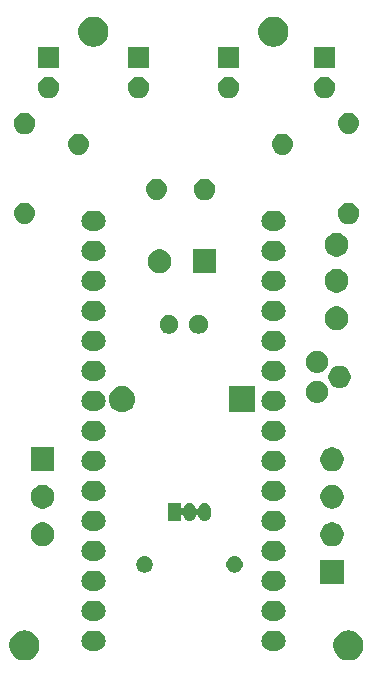
<source format=gts>
G04 #@! TF.GenerationSoftware,KiCad,Pcbnew,(5.0.2)-1*
G04 #@! TF.CreationDate,2019-02-17T11:04:42-05:00*
G04 #@! TF.ProjectId,main,6d61696e-2e6b-4696-9361-645f70636258,rev?*
G04 #@! TF.SameCoordinates,Original*
G04 #@! TF.FileFunction,Soldermask,Top*
G04 #@! TF.FilePolarity,Negative*
%FSLAX46Y46*%
G04 Gerber Fmt 4.6, Leading zero omitted, Abs format (unit mm)*
G04 Created by KiCad (PCBNEW (5.0.2)-1) date 2019-02-17 11:04:42 AM*
%MOMM*%
%LPD*%
G01*
G04 APERTURE LIST*
%ADD10C,0.100000*%
G04 APERTURE END LIST*
D10*
G36*
X167379765Y-107847403D02*
X167502445Y-107871805D01*
X167733571Y-107967541D01*
X167941581Y-108106529D01*
X168118471Y-108283419D01*
X168118473Y-108283422D01*
X168257459Y-108491429D01*
X168353195Y-108722555D01*
X168353195Y-108722557D01*
X168402000Y-108967914D01*
X168402000Y-109218086D01*
X168377598Y-109340764D01*
X168353195Y-109463445D01*
X168257459Y-109694571D01*
X168118471Y-109902581D01*
X167941581Y-110079471D01*
X167941578Y-110079473D01*
X167733571Y-110218459D01*
X167502445Y-110314195D01*
X167379764Y-110338598D01*
X167257086Y-110363000D01*
X167006914Y-110363000D01*
X166884236Y-110338598D01*
X166761555Y-110314195D01*
X166530429Y-110218459D01*
X166322422Y-110079473D01*
X166322419Y-110079471D01*
X166145529Y-109902581D01*
X166006541Y-109694571D01*
X165910805Y-109463445D01*
X165886402Y-109340764D01*
X165862000Y-109218086D01*
X165862000Y-108967914D01*
X165910805Y-108722557D01*
X165910805Y-108722555D01*
X166006541Y-108491429D01*
X166145527Y-108283422D01*
X166145529Y-108283419D01*
X166322419Y-108106529D01*
X166530429Y-107967541D01*
X166761555Y-107871805D01*
X166884235Y-107847403D01*
X167006914Y-107823000D01*
X167257086Y-107823000D01*
X167379765Y-107847403D01*
X167379765Y-107847403D01*
G37*
G36*
X139947765Y-107847403D02*
X140070445Y-107871805D01*
X140301571Y-107967541D01*
X140509581Y-108106529D01*
X140686471Y-108283419D01*
X140686473Y-108283422D01*
X140825459Y-108491429D01*
X140921195Y-108722555D01*
X140921195Y-108722557D01*
X140970000Y-108967914D01*
X140970000Y-109218086D01*
X140945598Y-109340764D01*
X140921195Y-109463445D01*
X140825459Y-109694571D01*
X140686471Y-109902581D01*
X140509581Y-110079471D01*
X140509578Y-110079473D01*
X140301571Y-110218459D01*
X140070445Y-110314195D01*
X139947764Y-110338598D01*
X139825086Y-110363000D01*
X139574914Y-110363000D01*
X139452236Y-110338598D01*
X139329555Y-110314195D01*
X139098429Y-110218459D01*
X138890422Y-110079473D01*
X138890419Y-110079471D01*
X138713529Y-109902581D01*
X138574541Y-109694571D01*
X138478805Y-109463445D01*
X138454403Y-109340765D01*
X138430000Y-109218086D01*
X138430000Y-108967914D01*
X138478805Y-108722557D01*
X138478805Y-108722555D01*
X138574541Y-108491429D01*
X138713527Y-108283422D01*
X138713529Y-108283419D01*
X138890419Y-108106529D01*
X139098429Y-107967541D01*
X139329555Y-107871805D01*
X139452235Y-107847403D01*
X139574914Y-107823000D01*
X139825086Y-107823000D01*
X139947765Y-107847403D01*
X139947765Y-107847403D01*
G37*
G36*
X145779112Y-107852565D02*
X145863695Y-107860896D01*
X145984127Y-107897429D01*
X146026488Y-107910279D01*
X146176512Y-107990468D01*
X146308012Y-108098388D01*
X146415932Y-108229888D01*
X146496121Y-108379912D01*
X146496122Y-108379916D01*
X146545504Y-108542705D01*
X146562178Y-108712000D01*
X146545504Y-108881295D01*
X146508971Y-109001727D01*
X146496121Y-109044088D01*
X146415932Y-109194112D01*
X146308012Y-109325612D01*
X146176512Y-109433532D01*
X146026488Y-109513721D01*
X145984127Y-109526571D01*
X145863695Y-109563104D01*
X145779112Y-109571435D01*
X145736821Y-109575600D01*
X145347179Y-109575600D01*
X145304888Y-109571435D01*
X145220305Y-109563104D01*
X145099873Y-109526571D01*
X145057512Y-109513721D01*
X144907488Y-109433532D01*
X144775988Y-109325612D01*
X144668068Y-109194112D01*
X144587879Y-109044088D01*
X144575029Y-109001727D01*
X144538496Y-108881295D01*
X144521822Y-108712000D01*
X144538496Y-108542705D01*
X144587878Y-108379916D01*
X144587879Y-108379912D01*
X144668068Y-108229888D01*
X144775988Y-108098388D01*
X144907488Y-107990468D01*
X145057512Y-107910279D01*
X145099873Y-107897429D01*
X145220305Y-107860896D01*
X145304888Y-107852565D01*
X145347179Y-107848400D01*
X145736821Y-107848400D01*
X145779112Y-107852565D01*
X145779112Y-107852565D01*
G37*
G36*
X161019112Y-107852565D02*
X161103695Y-107860896D01*
X161224127Y-107897429D01*
X161266488Y-107910279D01*
X161416512Y-107990468D01*
X161548012Y-108098388D01*
X161655932Y-108229888D01*
X161736121Y-108379912D01*
X161736122Y-108379916D01*
X161785504Y-108542705D01*
X161802178Y-108712000D01*
X161785504Y-108881295D01*
X161748971Y-109001727D01*
X161736121Y-109044088D01*
X161655932Y-109194112D01*
X161548012Y-109325612D01*
X161416512Y-109433532D01*
X161266488Y-109513721D01*
X161224127Y-109526571D01*
X161103695Y-109563104D01*
X161019112Y-109571435D01*
X160976821Y-109575600D01*
X160587179Y-109575600D01*
X160544888Y-109571435D01*
X160460305Y-109563104D01*
X160339873Y-109526571D01*
X160297512Y-109513721D01*
X160147488Y-109433532D01*
X160015988Y-109325612D01*
X159908068Y-109194112D01*
X159827879Y-109044088D01*
X159815029Y-109001727D01*
X159778496Y-108881295D01*
X159761822Y-108712000D01*
X159778496Y-108542705D01*
X159827878Y-108379916D01*
X159827879Y-108379912D01*
X159908068Y-108229888D01*
X160015988Y-108098388D01*
X160147488Y-107990468D01*
X160297512Y-107910279D01*
X160339873Y-107897429D01*
X160460305Y-107860896D01*
X160544888Y-107852565D01*
X160587179Y-107848400D01*
X160976821Y-107848400D01*
X161019112Y-107852565D01*
X161019112Y-107852565D01*
G37*
G36*
X161019112Y-105312565D02*
X161103695Y-105320896D01*
X161224127Y-105357429D01*
X161266488Y-105370279D01*
X161416512Y-105450468D01*
X161548012Y-105558388D01*
X161655932Y-105689888D01*
X161736121Y-105839912D01*
X161736122Y-105839916D01*
X161785504Y-106002705D01*
X161802178Y-106172000D01*
X161785504Y-106341295D01*
X161748971Y-106461727D01*
X161736121Y-106504088D01*
X161655932Y-106654112D01*
X161548012Y-106785612D01*
X161416512Y-106893532D01*
X161266488Y-106973721D01*
X161224127Y-106986571D01*
X161103695Y-107023104D01*
X161019112Y-107031435D01*
X160976821Y-107035600D01*
X160587179Y-107035600D01*
X160544888Y-107031435D01*
X160460305Y-107023104D01*
X160339873Y-106986571D01*
X160297512Y-106973721D01*
X160147488Y-106893532D01*
X160015988Y-106785612D01*
X159908068Y-106654112D01*
X159827879Y-106504088D01*
X159815029Y-106461727D01*
X159778496Y-106341295D01*
X159761822Y-106172000D01*
X159778496Y-106002705D01*
X159827878Y-105839916D01*
X159827879Y-105839912D01*
X159908068Y-105689888D01*
X160015988Y-105558388D01*
X160147488Y-105450468D01*
X160297512Y-105370279D01*
X160339873Y-105357429D01*
X160460305Y-105320896D01*
X160544888Y-105312565D01*
X160587179Y-105308400D01*
X160976821Y-105308400D01*
X161019112Y-105312565D01*
X161019112Y-105312565D01*
G37*
G36*
X145779112Y-105312565D02*
X145863695Y-105320896D01*
X145984127Y-105357429D01*
X146026488Y-105370279D01*
X146176512Y-105450468D01*
X146308012Y-105558388D01*
X146415932Y-105689888D01*
X146496121Y-105839912D01*
X146496122Y-105839916D01*
X146545504Y-106002705D01*
X146562178Y-106172000D01*
X146545504Y-106341295D01*
X146508971Y-106461727D01*
X146496121Y-106504088D01*
X146415932Y-106654112D01*
X146308012Y-106785612D01*
X146176512Y-106893532D01*
X146026488Y-106973721D01*
X145984127Y-106986571D01*
X145863695Y-107023104D01*
X145779112Y-107031435D01*
X145736821Y-107035600D01*
X145347179Y-107035600D01*
X145304888Y-107031435D01*
X145220305Y-107023104D01*
X145099873Y-106986571D01*
X145057512Y-106973721D01*
X144907488Y-106893532D01*
X144775988Y-106785612D01*
X144668068Y-106654112D01*
X144587879Y-106504088D01*
X144575029Y-106461727D01*
X144538496Y-106341295D01*
X144521822Y-106172000D01*
X144538496Y-106002705D01*
X144587878Y-105839916D01*
X144587879Y-105839912D01*
X144668068Y-105689888D01*
X144775988Y-105558388D01*
X144907488Y-105450468D01*
X145057512Y-105370279D01*
X145099873Y-105357429D01*
X145220305Y-105320896D01*
X145304888Y-105312565D01*
X145347179Y-105308400D01*
X145736821Y-105308400D01*
X145779112Y-105312565D01*
X145779112Y-105312565D01*
G37*
G36*
X161019112Y-102772565D02*
X161103695Y-102780896D01*
X161224127Y-102817429D01*
X161266488Y-102830279D01*
X161416512Y-102910468D01*
X161548012Y-103018388D01*
X161655932Y-103149888D01*
X161736121Y-103299912D01*
X161736122Y-103299916D01*
X161785504Y-103462705D01*
X161802178Y-103632000D01*
X161785504Y-103801295D01*
X161764817Y-103869490D01*
X161736121Y-103964088D01*
X161655932Y-104114112D01*
X161548012Y-104245612D01*
X161416512Y-104353532D01*
X161266488Y-104433721D01*
X161224127Y-104446571D01*
X161103695Y-104483104D01*
X161019112Y-104491435D01*
X160976821Y-104495600D01*
X160587179Y-104495600D01*
X160544888Y-104491435D01*
X160460305Y-104483104D01*
X160339873Y-104446571D01*
X160297512Y-104433721D01*
X160147488Y-104353532D01*
X160015988Y-104245612D01*
X159908068Y-104114112D01*
X159827879Y-103964088D01*
X159799183Y-103869490D01*
X159778496Y-103801295D01*
X159761822Y-103632000D01*
X159778496Y-103462705D01*
X159827878Y-103299916D01*
X159827879Y-103299912D01*
X159908068Y-103149888D01*
X160015988Y-103018388D01*
X160147488Y-102910468D01*
X160297512Y-102830279D01*
X160339873Y-102817429D01*
X160460305Y-102780896D01*
X160544888Y-102772565D01*
X160587179Y-102768400D01*
X160976821Y-102768400D01*
X161019112Y-102772565D01*
X161019112Y-102772565D01*
G37*
G36*
X145779112Y-102772565D02*
X145863695Y-102780896D01*
X145984127Y-102817429D01*
X146026488Y-102830279D01*
X146176512Y-102910468D01*
X146308012Y-103018388D01*
X146415932Y-103149888D01*
X146496121Y-103299912D01*
X146496122Y-103299916D01*
X146545504Y-103462705D01*
X146562178Y-103632000D01*
X146545504Y-103801295D01*
X146524817Y-103869490D01*
X146496121Y-103964088D01*
X146415932Y-104114112D01*
X146308012Y-104245612D01*
X146176512Y-104353532D01*
X146026488Y-104433721D01*
X145984127Y-104446571D01*
X145863695Y-104483104D01*
X145779112Y-104491435D01*
X145736821Y-104495600D01*
X145347179Y-104495600D01*
X145304888Y-104491435D01*
X145220305Y-104483104D01*
X145099873Y-104446571D01*
X145057512Y-104433721D01*
X144907488Y-104353532D01*
X144775988Y-104245612D01*
X144668068Y-104114112D01*
X144587879Y-103964088D01*
X144559183Y-103869490D01*
X144538496Y-103801295D01*
X144521822Y-103632000D01*
X144538496Y-103462705D01*
X144587878Y-103299916D01*
X144587879Y-103299912D01*
X144668068Y-103149888D01*
X144775988Y-103018388D01*
X144907488Y-102910468D01*
X145057512Y-102830279D01*
X145099873Y-102817429D01*
X145220305Y-102780896D01*
X145304888Y-102772565D01*
X145347179Y-102768400D01*
X145736821Y-102768400D01*
X145779112Y-102772565D01*
X145779112Y-102772565D01*
G37*
G36*
X166734490Y-103869490D02*
X164735510Y-103869490D01*
X164735510Y-101870510D01*
X166734490Y-101870510D01*
X166734490Y-103869490D01*
X166734490Y-103869490D01*
G37*
G36*
X150064183Y-101561900D02*
X150191574Y-101614668D01*
X150306224Y-101691274D01*
X150403726Y-101788776D01*
X150420267Y-101813532D01*
X150480332Y-101903426D01*
X150533100Y-102030817D01*
X150560000Y-102166055D01*
X150560000Y-102303945D01*
X150533100Y-102439183D01*
X150480332Y-102566574D01*
X150403726Y-102681224D01*
X150306224Y-102778726D01*
X150229070Y-102830278D01*
X150191574Y-102855332D01*
X150064183Y-102908100D01*
X149928945Y-102935000D01*
X149791055Y-102935000D01*
X149655817Y-102908100D01*
X149528426Y-102855332D01*
X149490930Y-102830278D01*
X149413776Y-102778726D01*
X149316274Y-102681224D01*
X149239668Y-102566574D01*
X149186900Y-102439183D01*
X149160000Y-102303945D01*
X149160000Y-102166055D01*
X149186900Y-102030817D01*
X149239668Y-101903426D01*
X149299733Y-101813532D01*
X149316274Y-101788776D01*
X149413776Y-101691274D01*
X149528426Y-101614668D01*
X149655817Y-101561900D01*
X149791055Y-101535000D01*
X149928945Y-101535000D01*
X150064183Y-101561900D01*
X150064183Y-101561900D01*
G37*
G36*
X157617224Y-101545128D02*
X157749175Y-101585155D01*
X157870781Y-101650155D01*
X157977370Y-101737630D01*
X158064845Y-101844219D01*
X158129845Y-101965825D01*
X158169872Y-102097776D01*
X158183387Y-102235000D01*
X158169872Y-102372224D01*
X158129845Y-102504175D01*
X158064845Y-102625781D01*
X157977370Y-102732370D01*
X157870781Y-102819845D01*
X157749175Y-102884845D01*
X157617224Y-102924872D01*
X157514390Y-102935000D01*
X157445610Y-102935000D01*
X157342776Y-102924872D01*
X157210825Y-102884845D01*
X157089219Y-102819845D01*
X156982630Y-102732370D01*
X156895155Y-102625781D01*
X156830155Y-102504175D01*
X156790128Y-102372224D01*
X156776613Y-102235000D01*
X156790128Y-102097776D01*
X156830155Y-101965825D01*
X156895155Y-101844219D01*
X156982630Y-101737630D01*
X157089219Y-101650155D01*
X157210825Y-101585155D01*
X157342776Y-101545128D01*
X157445610Y-101535000D01*
X157514390Y-101535000D01*
X157617224Y-101545128D01*
X157617224Y-101545128D01*
G37*
G36*
X145779112Y-100232565D02*
X145863695Y-100240896D01*
X145984127Y-100277429D01*
X146026488Y-100290279D01*
X146176512Y-100370468D01*
X146308012Y-100478388D01*
X146415932Y-100609888D01*
X146496121Y-100759912D01*
X146496122Y-100759916D01*
X146545504Y-100922705D01*
X146562178Y-101092000D01*
X146545504Y-101261295D01*
X146508971Y-101381727D01*
X146496121Y-101424088D01*
X146415932Y-101574112D01*
X146308012Y-101705612D01*
X146176512Y-101813532D01*
X146026488Y-101893721D01*
X145994495Y-101903426D01*
X145863695Y-101943104D01*
X145779112Y-101951435D01*
X145736821Y-101955600D01*
X145347179Y-101955600D01*
X145304888Y-101951435D01*
X145220305Y-101943104D01*
X145089505Y-101903426D01*
X145057512Y-101893721D01*
X144907488Y-101813532D01*
X144775988Y-101705612D01*
X144668068Y-101574112D01*
X144587879Y-101424088D01*
X144575029Y-101381727D01*
X144538496Y-101261295D01*
X144521822Y-101092000D01*
X144538496Y-100922705D01*
X144587878Y-100759916D01*
X144587879Y-100759912D01*
X144668068Y-100609888D01*
X144775988Y-100478388D01*
X144907488Y-100370468D01*
X145057512Y-100290279D01*
X145099873Y-100277429D01*
X145220305Y-100240896D01*
X145304888Y-100232565D01*
X145347179Y-100228400D01*
X145736821Y-100228400D01*
X145779112Y-100232565D01*
X145779112Y-100232565D01*
G37*
G36*
X161019112Y-100232565D02*
X161103695Y-100240896D01*
X161224127Y-100277429D01*
X161266488Y-100290279D01*
X161416512Y-100370468D01*
X161548012Y-100478388D01*
X161655932Y-100609888D01*
X161736121Y-100759912D01*
X161736122Y-100759916D01*
X161785504Y-100922705D01*
X161802178Y-101092000D01*
X161785504Y-101261295D01*
X161748971Y-101381727D01*
X161736121Y-101424088D01*
X161655932Y-101574112D01*
X161548012Y-101705612D01*
X161416512Y-101813532D01*
X161266488Y-101893721D01*
X161234495Y-101903426D01*
X161103695Y-101943104D01*
X161019112Y-101951435D01*
X160976821Y-101955600D01*
X160587179Y-101955600D01*
X160544888Y-101951435D01*
X160460305Y-101943104D01*
X160329505Y-101903426D01*
X160297512Y-101893721D01*
X160147488Y-101813532D01*
X160015988Y-101705612D01*
X159908068Y-101574112D01*
X159827879Y-101424088D01*
X159815029Y-101381727D01*
X159778496Y-101261295D01*
X159761822Y-101092000D01*
X159778496Y-100922705D01*
X159827878Y-100759916D01*
X159827879Y-100759912D01*
X159908068Y-100609888D01*
X160015988Y-100478388D01*
X160147488Y-100370468D01*
X160297512Y-100290279D01*
X160339873Y-100277429D01*
X160460305Y-100240896D01*
X160544888Y-100232565D01*
X160587179Y-100228400D01*
X160976821Y-100228400D01*
X161019112Y-100232565D01*
X161019112Y-100232565D01*
G37*
G36*
X141515538Y-98733919D02*
X141697437Y-98809264D01*
X141861141Y-98918648D01*
X142000352Y-99057859D01*
X142109736Y-99221563D01*
X142185081Y-99403462D01*
X142223490Y-99596557D01*
X142223490Y-99793443D01*
X142185081Y-99986538D01*
X142109736Y-100168437D01*
X142000352Y-100332141D01*
X141861141Y-100471352D01*
X141697437Y-100580736D01*
X141515538Y-100656081D01*
X141322443Y-100694490D01*
X141125557Y-100694490D01*
X140932462Y-100656081D01*
X140750563Y-100580736D01*
X140586859Y-100471352D01*
X140447648Y-100332141D01*
X140338264Y-100168437D01*
X140262919Y-99986538D01*
X140224510Y-99793443D01*
X140224510Y-99596557D01*
X140262919Y-99403462D01*
X140338264Y-99221563D01*
X140447648Y-99057859D01*
X140586859Y-98918648D01*
X140750563Y-98809264D01*
X140932462Y-98733919D01*
X141125557Y-98695510D01*
X141322443Y-98695510D01*
X141515538Y-98733919D01*
X141515538Y-98733919D01*
G37*
G36*
X166026538Y-98733919D02*
X166208437Y-98809264D01*
X166372141Y-98918648D01*
X166511352Y-99057859D01*
X166620736Y-99221563D01*
X166696081Y-99403462D01*
X166734490Y-99596557D01*
X166734490Y-99793443D01*
X166696081Y-99986538D01*
X166620736Y-100168437D01*
X166511352Y-100332141D01*
X166372141Y-100471352D01*
X166208437Y-100580736D01*
X166026538Y-100656081D01*
X165833443Y-100694490D01*
X165636557Y-100694490D01*
X165443462Y-100656081D01*
X165261563Y-100580736D01*
X165097859Y-100471352D01*
X164958648Y-100332141D01*
X164849264Y-100168437D01*
X164773919Y-99986538D01*
X164735510Y-99793443D01*
X164735510Y-99596557D01*
X164773919Y-99403462D01*
X164849264Y-99221563D01*
X164958648Y-99057859D01*
X165097859Y-98918648D01*
X165261563Y-98809264D01*
X165443462Y-98733919D01*
X165636557Y-98695510D01*
X165833443Y-98695510D01*
X166026538Y-98733919D01*
X166026538Y-98733919D01*
G37*
G36*
X161019112Y-97692565D02*
X161103695Y-97700896D01*
X161224127Y-97737429D01*
X161266488Y-97750279D01*
X161416512Y-97830468D01*
X161548012Y-97938388D01*
X161655932Y-98069888D01*
X161736121Y-98219912D01*
X161736122Y-98219916D01*
X161785504Y-98382705D01*
X161802178Y-98552000D01*
X161785504Y-98721295D01*
X161748971Y-98841727D01*
X161736121Y-98884088D01*
X161655932Y-99034112D01*
X161548012Y-99165612D01*
X161416512Y-99273532D01*
X161266488Y-99353721D01*
X161224127Y-99366571D01*
X161103695Y-99403104D01*
X161019112Y-99411435D01*
X160976821Y-99415600D01*
X160587179Y-99415600D01*
X160544888Y-99411435D01*
X160460305Y-99403104D01*
X160339873Y-99366571D01*
X160297512Y-99353721D01*
X160147488Y-99273532D01*
X160015988Y-99165612D01*
X159908068Y-99034112D01*
X159827879Y-98884088D01*
X159815029Y-98841727D01*
X159778496Y-98721295D01*
X159761822Y-98552000D01*
X159778496Y-98382705D01*
X159827878Y-98219916D01*
X159827879Y-98219912D01*
X159908068Y-98069888D01*
X160015988Y-97938388D01*
X160147488Y-97830468D01*
X160297512Y-97750279D01*
X160339873Y-97737429D01*
X160460305Y-97700896D01*
X160544888Y-97692565D01*
X160587179Y-97688400D01*
X160976821Y-97688400D01*
X161019112Y-97692565D01*
X161019112Y-97692565D01*
G37*
G36*
X145779112Y-97692565D02*
X145863695Y-97700896D01*
X145984127Y-97737429D01*
X146026488Y-97750279D01*
X146176512Y-97830468D01*
X146308012Y-97938388D01*
X146415932Y-98069888D01*
X146496121Y-98219912D01*
X146496122Y-98219916D01*
X146545504Y-98382705D01*
X146562178Y-98552000D01*
X146545504Y-98721295D01*
X146508971Y-98841727D01*
X146496121Y-98884088D01*
X146415932Y-99034112D01*
X146308012Y-99165612D01*
X146176512Y-99273532D01*
X146026488Y-99353721D01*
X145984127Y-99366571D01*
X145863695Y-99403104D01*
X145779112Y-99411435D01*
X145736821Y-99415600D01*
X145347179Y-99415600D01*
X145304888Y-99411435D01*
X145220305Y-99403104D01*
X145099873Y-99366571D01*
X145057512Y-99353721D01*
X144907488Y-99273532D01*
X144775988Y-99165612D01*
X144668068Y-99034112D01*
X144587879Y-98884088D01*
X144575029Y-98841727D01*
X144538496Y-98721295D01*
X144521822Y-98552000D01*
X144538496Y-98382705D01*
X144587878Y-98219916D01*
X144587879Y-98219912D01*
X144668068Y-98069888D01*
X144775988Y-97938388D01*
X144907488Y-97830468D01*
X145057512Y-97750279D01*
X145099873Y-97737429D01*
X145220305Y-97700896D01*
X145304888Y-97692565D01*
X145347179Y-97688400D01*
X145736821Y-97688400D01*
X145779112Y-97692565D01*
X145779112Y-97692565D01*
G37*
G36*
X155042913Y-97047596D02*
X155042916Y-97047597D01*
X155042917Y-97047597D01*
X155141880Y-97077617D01*
X155233086Y-97126367D01*
X155313027Y-97191973D01*
X155313028Y-97191975D01*
X155313030Y-97191976D01*
X155362231Y-97251929D01*
X155378633Y-97271914D01*
X155427383Y-97363119D01*
X155455382Y-97455420D01*
X155457404Y-97462086D01*
X155465000Y-97539208D01*
X155465000Y-98040791D01*
X155457404Y-98117914D01*
X155457403Y-98117917D01*
X155457403Y-98117918D01*
X155427383Y-98216881D01*
X155378633Y-98308086D01*
X155313027Y-98388027D01*
X155233086Y-98453633D01*
X155141881Y-98502383D01*
X155042918Y-98532403D01*
X155042917Y-98532403D01*
X155042914Y-98532404D01*
X154940000Y-98542540D01*
X154837087Y-98532404D01*
X154837084Y-98532403D01*
X154837083Y-98532403D01*
X154738120Y-98502383D01*
X154646915Y-98453633D01*
X154566974Y-98388027D01*
X154534171Y-98348056D01*
X154501366Y-98308084D01*
X154452618Y-98216883D01*
X154424618Y-98124580D01*
X154415240Y-98101941D01*
X154401626Y-98081567D01*
X154384299Y-98064240D01*
X154363925Y-98050626D01*
X154341286Y-98041248D01*
X154317252Y-98036468D01*
X154292748Y-98036468D01*
X154268714Y-98041248D01*
X154246075Y-98050626D01*
X154225701Y-98064240D01*
X154208374Y-98081567D01*
X154194760Y-98101941D01*
X154185382Y-98124579D01*
X154157383Y-98216881D01*
X154108633Y-98308086D01*
X154043027Y-98388027D01*
X153963086Y-98453633D01*
X153871881Y-98502383D01*
X153772918Y-98532403D01*
X153772917Y-98532403D01*
X153772914Y-98532404D01*
X153670000Y-98542540D01*
X153567087Y-98532404D01*
X153567084Y-98532403D01*
X153567083Y-98532403D01*
X153468120Y-98502383D01*
X153376915Y-98453633D01*
X153296974Y-98388027D01*
X153264171Y-98348056D01*
X153231366Y-98308084D01*
X153182617Y-98216882D01*
X153169618Y-98174029D01*
X153160240Y-98151389D01*
X153146626Y-98131015D01*
X153129299Y-98113688D01*
X153108925Y-98100074D01*
X153086286Y-98090696D01*
X153062252Y-98085916D01*
X153037748Y-98085916D01*
X153013715Y-98090696D01*
X152991075Y-98100074D01*
X152970701Y-98113688D01*
X152953374Y-98131015D01*
X152939760Y-98151389D01*
X152930382Y-98174028D01*
X152925602Y-98198062D01*
X152925000Y-98210314D01*
X152925000Y-98540000D01*
X151875000Y-98540000D01*
X151875000Y-97040000D01*
X152925000Y-97040000D01*
X152925000Y-97369687D01*
X152927402Y-97394073D01*
X152934515Y-97417522D01*
X152946066Y-97439133D01*
X152961612Y-97458075D01*
X152980554Y-97473621D01*
X153002165Y-97485172D01*
X153025614Y-97492285D01*
X153050000Y-97494687D01*
X153074386Y-97492285D01*
X153097835Y-97485172D01*
X153119446Y-97473621D01*
X153138388Y-97458075D01*
X153153934Y-97439133D01*
X153165485Y-97417522D01*
X153169618Y-97405972D01*
X153182617Y-97363119D01*
X153218305Y-97296352D01*
X153231367Y-97271914D01*
X153296973Y-97191973D01*
X153296975Y-97191972D01*
X153296976Y-97191970D01*
X153376913Y-97126368D01*
X153376912Y-97126368D01*
X153376914Y-97126367D01*
X153468119Y-97077617D01*
X153567082Y-97047597D01*
X153567083Y-97047597D01*
X153567086Y-97047596D01*
X153670000Y-97037460D01*
X153772913Y-97047596D01*
X153772916Y-97047597D01*
X153772917Y-97047597D01*
X153871880Y-97077617D01*
X153963086Y-97126367D01*
X154043027Y-97191973D01*
X154043028Y-97191975D01*
X154043030Y-97191976D01*
X154092231Y-97251929D01*
X154108633Y-97271914D01*
X154157383Y-97363119D01*
X154185382Y-97455420D01*
X154194760Y-97478059D01*
X154208374Y-97498433D01*
X154225701Y-97515760D01*
X154246075Y-97529374D01*
X154268714Y-97538752D01*
X154292748Y-97543532D01*
X154317252Y-97543532D01*
X154341286Y-97538752D01*
X154363925Y-97529374D01*
X154384299Y-97515760D01*
X154401626Y-97498433D01*
X154415240Y-97478059D01*
X154424617Y-97455420D01*
X154452616Y-97363122D01*
X154488305Y-97296352D01*
X154501367Y-97271914D01*
X154566973Y-97191973D01*
X154566975Y-97191972D01*
X154566976Y-97191970D01*
X154646913Y-97126368D01*
X154646912Y-97126368D01*
X154646914Y-97126367D01*
X154738119Y-97077617D01*
X154837082Y-97047597D01*
X154837083Y-97047597D01*
X154837086Y-97047596D01*
X154940000Y-97037460D01*
X155042913Y-97047596D01*
X155042913Y-97047596D01*
G37*
G36*
X166026538Y-95558919D02*
X166208437Y-95634264D01*
X166372141Y-95743648D01*
X166511352Y-95882859D01*
X166620736Y-96046563D01*
X166696081Y-96228462D01*
X166734490Y-96421557D01*
X166734490Y-96618443D01*
X166696081Y-96811538D01*
X166620736Y-96993437D01*
X166511352Y-97157141D01*
X166372141Y-97296352D01*
X166208437Y-97405736D01*
X166026538Y-97481081D01*
X165833443Y-97519490D01*
X165636557Y-97519490D01*
X165443462Y-97481081D01*
X165261563Y-97405736D01*
X165097859Y-97296352D01*
X164958648Y-97157141D01*
X164849264Y-96993437D01*
X164773919Y-96811538D01*
X164735510Y-96618443D01*
X164735510Y-96421557D01*
X164773919Y-96228462D01*
X164849264Y-96046563D01*
X164958648Y-95882859D01*
X165097859Y-95743648D01*
X165261563Y-95634264D01*
X165443462Y-95558919D01*
X165636557Y-95520510D01*
X165833443Y-95520510D01*
X166026538Y-95558919D01*
X166026538Y-95558919D01*
G37*
G36*
X141515538Y-95558919D02*
X141697437Y-95634264D01*
X141861141Y-95743648D01*
X142000352Y-95882859D01*
X142109736Y-96046563D01*
X142185081Y-96228462D01*
X142223490Y-96421557D01*
X142223490Y-96618443D01*
X142185081Y-96811538D01*
X142109736Y-96993437D01*
X142000352Y-97157141D01*
X141861141Y-97296352D01*
X141697437Y-97405736D01*
X141515538Y-97481081D01*
X141322443Y-97519490D01*
X141125557Y-97519490D01*
X140932462Y-97481081D01*
X140750563Y-97405736D01*
X140586859Y-97296352D01*
X140447648Y-97157141D01*
X140338264Y-96993437D01*
X140262919Y-96811538D01*
X140224510Y-96618443D01*
X140224510Y-96421557D01*
X140262919Y-96228462D01*
X140338264Y-96046563D01*
X140447648Y-95882859D01*
X140586859Y-95743648D01*
X140750563Y-95634264D01*
X140932462Y-95558919D01*
X141125557Y-95520510D01*
X141322443Y-95520510D01*
X141515538Y-95558919D01*
X141515538Y-95558919D01*
G37*
G36*
X161019112Y-95152565D02*
X161103695Y-95160896D01*
X161224127Y-95197429D01*
X161266488Y-95210279D01*
X161416512Y-95290468D01*
X161548012Y-95398388D01*
X161655932Y-95529888D01*
X161736121Y-95679912D01*
X161736122Y-95679916D01*
X161785504Y-95842705D01*
X161802178Y-96012000D01*
X161785504Y-96181295D01*
X161771196Y-96228462D01*
X161736121Y-96344088D01*
X161655932Y-96494112D01*
X161548012Y-96625612D01*
X161416512Y-96733532D01*
X161266488Y-96813721D01*
X161224127Y-96826571D01*
X161103695Y-96863104D01*
X161019112Y-96871435D01*
X160976821Y-96875600D01*
X160587179Y-96875600D01*
X160544888Y-96871435D01*
X160460305Y-96863104D01*
X160339873Y-96826571D01*
X160297512Y-96813721D01*
X160147488Y-96733532D01*
X160015988Y-96625612D01*
X159908068Y-96494112D01*
X159827879Y-96344088D01*
X159792804Y-96228462D01*
X159778496Y-96181295D01*
X159761822Y-96012000D01*
X159778496Y-95842705D01*
X159827878Y-95679916D01*
X159827879Y-95679912D01*
X159908068Y-95529888D01*
X160015988Y-95398388D01*
X160147488Y-95290468D01*
X160297512Y-95210279D01*
X160339873Y-95197429D01*
X160460305Y-95160896D01*
X160544888Y-95152565D01*
X160587179Y-95148400D01*
X160976821Y-95148400D01*
X161019112Y-95152565D01*
X161019112Y-95152565D01*
G37*
G36*
X145779112Y-95152565D02*
X145863695Y-95160896D01*
X145984127Y-95197429D01*
X146026488Y-95210279D01*
X146176512Y-95290468D01*
X146308012Y-95398388D01*
X146415932Y-95529888D01*
X146496121Y-95679912D01*
X146496122Y-95679916D01*
X146545504Y-95842705D01*
X146562178Y-96012000D01*
X146545504Y-96181295D01*
X146531196Y-96228462D01*
X146496121Y-96344088D01*
X146415932Y-96494112D01*
X146308012Y-96625612D01*
X146176512Y-96733532D01*
X146026488Y-96813721D01*
X145984127Y-96826571D01*
X145863695Y-96863104D01*
X145779112Y-96871435D01*
X145736821Y-96875600D01*
X145347179Y-96875600D01*
X145304888Y-96871435D01*
X145220305Y-96863104D01*
X145099873Y-96826571D01*
X145057512Y-96813721D01*
X144907488Y-96733532D01*
X144775988Y-96625612D01*
X144668068Y-96494112D01*
X144587879Y-96344088D01*
X144552804Y-96228462D01*
X144538496Y-96181295D01*
X144521822Y-96012000D01*
X144538496Y-95842705D01*
X144587878Y-95679916D01*
X144587879Y-95679912D01*
X144668068Y-95529888D01*
X144775988Y-95398388D01*
X144907488Y-95290468D01*
X145057512Y-95210279D01*
X145099873Y-95197429D01*
X145220305Y-95160896D01*
X145304888Y-95152565D01*
X145347179Y-95148400D01*
X145736821Y-95148400D01*
X145779112Y-95152565D01*
X145779112Y-95152565D01*
G37*
G36*
X166026538Y-92383919D02*
X166208437Y-92459264D01*
X166372141Y-92568648D01*
X166511352Y-92707859D01*
X166620736Y-92871563D01*
X166696081Y-93053462D01*
X166734490Y-93246557D01*
X166734490Y-93443443D01*
X166696081Y-93636538D01*
X166620736Y-93818437D01*
X166511352Y-93982141D01*
X166372141Y-94121352D01*
X166208437Y-94230736D01*
X166026538Y-94306081D01*
X165833443Y-94344490D01*
X165636557Y-94344490D01*
X165443462Y-94306081D01*
X165261563Y-94230736D01*
X165097859Y-94121352D01*
X164958648Y-93982141D01*
X164849264Y-93818437D01*
X164773919Y-93636538D01*
X164735510Y-93443443D01*
X164735510Y-93246557D01*
X164773919Y-93053462D01*
X164849264Y-92871563D01*
X164958648Y-92707859D01*
X165097859Y-92568648D01*
X165261563Y-92459264D01*
X165443462Y-92383919D01*
X165636557Y-92345510D01*
X165833443Y-92345510D01*
X166026538Y-92383919D01*
X166026538Y-92383919D01*
G37*
G36*
X142223490Y-94344490D02*
X140224510Y-94344490D01*
X140224510Y-92345510D01*
X142223490Y-92345510D01*
X142223490Y-94344490D01*
X142223490Y-94344490D01*
G37*
G36*
X161019112Y-92612565D02*
X161103695Y-92620896D01*
X161224127Y-92657429D01*
X161266488Y-92670279D01*
X161416512Y-92750468D01*
X161548012Y-92858388D01*
X161655932Y-92989888D01*
X161736121Y-93139912D01*
X161736122Y-93139916D01*
X161785504Y-93302705D01*
X161802178Y-93472000D01*
X161785504Y-93641295D01*
X161748971Y-93761727D01*
X161736121Y-93804088D01*
X161655932Y-93954112D01*
X161548012Y-94085612D01*
X161416512Y-94193532D01*
X161266488Y-94273721D01*
X161224127Y-94286571D01*
X161103695Y-94323104D01*
X161019112Y-94331435D01*
X160976821Y-94335600D01*
X160587179Y-94335600D01*
X160544888Y-94331435D01*
X160460305Y-94323104D01*
X160339873Y-94286571D01*
X160297512Y-94273721D01*
X160147488Y-94193532D01*
X160015988Y-94085612D01*
X159908068Y-93954112D01*
X159827879Y-93804088D01*
X159815029Y-93761727D01*
X159778496Y-93641295D01*
X159761822Y-93472000D01*
X159778496Y-93302705D01*
X159827878Y-93139916D01*
X159827879Y-93139912D01*
X159908068Y-92989888D01*
X160015988Y-92858388D01*
X160147488Y-92750468D01*
X160297512Y-92670279D01*
X160339873Y-92657429D01*
X160460305Y-92620896D01*
X160544888Y-92612565D01*
X160587179Y-92608400D01*
X160976821Y-92608400D01*
X161019112Y-92612565D01*
X161019112Y-92612565D01*
G37*
G36*
X145779112Y-92612565D02*
X145863695Y-92620896D01*
X145984127Y-92657429D01*
X146026488Y-92670279D01*
X146176512Y-92750468D01*
X146308012Y-92858388D01*
X146415932Y-92989888D01*
X146496121Y-93139912D01*
X146496122Y-93139916D01*
X146545504Y-93302705D01*
X146562178Y-93472000D01*
X146545504Y-93641295D01*
X146508971Y-93761727D01*
X146496121Y-93804088D01*
X146415932Y-93954112D01*
X146308012Y-94085612D01*
X146176512Y-94193532D01*
X146026488Y-94273721D01*
X145984127Y-94286571D01*
X145863695Y-94323104D01*
X145779112Y-94331435D01*
X145736821Y-94335600D01*
X145347179Y-94335600D01*
X145304888Y-94331435D01*
X145220305Y-94323104D01*
X145099873Y-94286571D01*
X145057512Y-94273721D01*
X144907488Y-94193532D01*
X144775988Y-94085612D01*
X144668068Y-93954112D01*
X144587879Y-93804088D01*
X144575029Y-93761727D01*
X144538496Y-93641295D01*
X144521822Y-93472000D01*
X144538496Y-93302705D01*
X144587878Y-93139916D01*
X144587879Y-93139912D01*
X144668068Y-92989888D01*
X144775988Y-92858388D01*
X144907488Y-92750468D01*
X145057512Y-92670279D01*
X145099873Y-92657429D01*
X145220305Y-92620896D01*
X145304888Y-92612565D01*
X145347179Y-92608400D01*
X145736821Y-92608400D01*
X145779112Y-92612565D01*
X145779112Y-92612565D01*
G37*
G36*
X161019112Y-90072565D02*
X161103695Y-90080896D01*
X161224127Y-90117429D01*
X161266488Y-90130279D01*
X161416512Y-90210468D01*
X161548012Y-90318388D01*
X161655932Y-90449888D01*
X161736121Y-90599912D01*
X161736122Y-90599916D01*
X161785504Y-90762705D01*
X161802178Y-90932000D01*
X161785504Y-91101295D01*
X161748971Y-91221727D01*
X161736121Y-91264088D01*
X161655932Y-91414112D01*
X161548012Y-91545612D01*
X161416512Y-91653532D01*
X161266488Y-91733721D01*
X161224127Y-91746571D01*
X161103695Y-91783104D01*
X161019112Y-91791435D01*
X160976821Y-91795600D01*
X160587179Y-91795600D01*
X160544888Y-91791435D01*
X160460305Y-91783104D01*
X160339873Y-91746571D01*
X160297512Y-91733721D01*
X160147488Y-91653532D01*
X160015988Y-91545612D01*
X159908068Y-91414112D01*
X159827879Y-91264088D01*
X159815029Y-91221727D01*
X159778496Y-91101295D01*
X159761822Y-90932000D01*
X159778496Y-90762705D01*
X159827878Y-90599916D01*
X159827879Y-90599912D01*
X159908068Y-90449888D01*
X160015988Y-90318388D01*
X160147488Y-90210468D01*
X160297512Y-90130279D01*
X160339873Y-90117429D01*
X160460305Y-90080896D01*
X160544888Y-90072565D01*
X160587179Y-90068400D01*
X160976821Y-90068400D01*
X161019112Y-90072565D01*
X161019112Y-90072565D01*
G37*
G36*
X145779112Y-90072565D02*
X145863695Y-90080896D01*
X145984127Y-90117429D01*
X146026488Y-90130279D01*
X146176512Y-90210468D01*
X146308012Y-90318388D01*
X146415932Y-90449888D01*
X146496121Y-90599912D01*
X146496122Y-90599916D01*
X146545504Y-90762705D01*
X146562178Y-90932000D01*
X146545504Y-91101295D01*
X146508971Y-91221727D01*
X146496121Y-91264088D01*
X146415932Y-91414112D01*
X146308012Y-91545612D01*
X146176512Y-91653532D01*
X146026488Y-91733721D01*
X145984127Y-91746571D01*
X145863695Y-91783104D01*
X145779112Y-91791435D01*
X145736821Y-91795600D01*
X145347179Y-91795600D01*
X145304888Y-91791435D01*
X145220305Y-91783104D01*
X145099873Y-91746571D01*
X145057512Y-91733721D01*
X144907488Y-91653532D01*
X144775988Y-91545612D01*
X144668068Y-91414112D01*
X144587879Y-91264088D01*
X144575029Y-91221727D01*
X144538496Y-91101295D01*
X144521822Y-90932000D01*
X144538496Y-90762705D01*
X144587878Y-90599916D01*
X144587879Y-90599912D01*
X144668068Y-90449888D01*
X144775988Y-90318388D01*
X144907488Y-90210468D01*
X145057512Y-90130279D01*
X145099873Y-90117429D01*
X145220305Y-90080896D01*
X145304888Y-90072565D01*
X145347179Y-90068400D01*
X145736821Y-90068400D01*
X145779112Y-90072565D01*
X145779112Y-90072565D01*
G37*
G36*
X159215000Y-89365000D02*
X157015000Y-89365000D01*
X157015000Y-87165000D01*
X159215000Y-87165000D01*
X159215000Y-89365000D01*
X159215000Y-89365000D01*
G37*
G36*
X148170639Y-87180916D02*
X148377986Y-87243815D01*
X148377988Y-87243816D01*
X148569084Y-87345958D01*
X148736581Y-87483419D01*
X148874042Y-87650916D01*
X148976184Y-87842012D01*
X148976185Y-87842014D01*
X149039084Y-88049361D01*
X149060322Y-88265000D01*
X149039084Y-88480639D01*
X149022993Y-88533684D01*
X148976184Y-88687988D01*
X148874042Y-88879084D01*
X148736581Y-89046581D01*
X148569084Y-89184042D01*
X148377988Y-89286184D01*
X148377986Y-89286185D01*
X148170639Y-89349084D01*
X148009038Y-89365000D01*
X147900962Y-89365000D01*
X147739361Y-89349084D01*
X147532014Y-89286185D01*
X147532012Y-89286184D01*
X147340916Y-89184042D01*
X147173419Y-89046581D01*
X147035958Y-88879084D01*
X146933816Y-88687988D01*
X146887008Y-88533684D01*
X146870916Y-88480639D01*
X146849678Y-88265000D01*
X146870916Y-88049361D01*
X146933815Y-87842014D01*
X146933816Y-87842012D01*
X147035958Y-87650916D01*
X147173419Y-87483419D01*
X147340916Y-87345958D01*
X147532012Y-87243816D01*
X147532014Y-87243815D01*
X147739361Y-87180916D01*
X147900962Y-87165000D01*
X148009038Y-87165000D01*
X148170639Y-87180916D01*
X148170639Y-87180916D01*
G37*
G36*
X145779112Y-87532565D02*
X145863695Y-87540896D01*
X145984127Y-87577429D01*
X146026488Y-87590279D01*
X146176512Y-87670468D01*
X146308012Y-87778388D01*
X146415932Y-87909888D01*
X146496121Y-88059912D01*
X146496122Y-88059916D01*
X146545504Y-88222705D01*
X146562178Y-88392000D01*
X146545504Y-88561295D01*
X146508971Y-88681727D01*
X146496121Y-88724088D01*
X146415932Y-88874112D01*
X146308012Y-89005612D01*
X146176512Y-89113532D01*
X146026488Y-89193721D01*
X145984127Y-89206571D01*
X145863695Y-89243104D01*
X145779112Y-89251435D01*
X145736821Y-89255600D01*
X145347179Y-89255600D01*
X145304888Y-89251435D01*
X145220305Y-89243104D01*
X145099873Y-89206571D01*
X145057512Y-89193721D01*
X144907488Y-89113532D01*
X144775988Y-89005612D01*
X144668068Y-88874112D01*
X144587879Y-88724088D01*
X144575029Y-88681727D01*
X144538496Y-88561295D01*
X144521822Y-88392000D01*
X144538496Y-88222705D01*
X144587878Y-88059916D01*
X144587879Y-88059912D01*
X144668068Y-87909888D01*
X144775988Y-87778388D01*
X144907488Y-87670468D01*
X145057512Y-87590279D01*
X145099873Y-87577429D01*
X145220305Y-87540896D01*
X145304888Y-87532565D01*
X145347179Y-87528400D01*
X145736821Y-87528400D01*
X145779112Y-87532565D01*
X145779112Y-87532565D01*
G37*
G36*
X161019112Y-87532565D02*
X161103695Y-87540896D01*
X161224127Y-87577429D01*
X161266488Y-87590279D01*
X161416512Y-87670468D01*
X161548012Y-87778388D01*
X161655932Y-87909888D01*
X161736121Y-88059912D01*
X161736122Y-88059916D01*
X161785504Y-88222705D01*
X161802178Y-88392000D01*
X161785504Y-88561295D01*
X161748971Y-88681727D01*
X161736121Y-88724088D01*
X161655932Y-88874112D01*
X161548012Y-89005612D01*
X161416512Y-89113532D01*
X161266488Y-89193721D01*
X161224127Y-89206571D01*
X161103695Y-89243104D01*
X161019112Y-89251435D01*
X160976821Y-89255600D01*
X160587179Y-89255600D01*
X160544888Y-89251435D01*
X160460305Y-89243104D01*
X160339873Y-89206571D01*
X160297512Y-89193721D01*
X160147488Y-89113532D01*
X160015988Y-89005612D01*
X159908068Y-88874112D01*
X159827879Y-88724088D01*
X159815029Y-88681727D01*
X159778496Y-88561295D01*
X159761822Y-88392000D01*
X159778496Y-88222705D01*
X159827878Y-88059916D01*
X159827879Y-88059912D01*
X159908068Y-87909888D01*
X160015988Y-87778388D01*
X160147488Y-87670468D01*
X160297512Y-87590279D01*
X160339873Y-87577429D01*
X160460305Y-87540896D01*
X160544888Y-87532565D01*
X160587179Y-87528400D01*
X160976821Y-87528400D01*
X161019112Y-87532565D01*
X161019112Y-87532565D01*
G37*
G36*
X164622435Y-86703104D02*
X164739129Y-86726316D01*
X164910162Y-86797160D01*
X164922139Y-86805163D01*
X165064090Y-86900012D01*
X165194988Y-87030910D01*
X165194990Y-87030913D01*
X165297840Y-87184838D01*
X165368684Y-87355871D01*
X165368684Y-87355873D01*
X165404800Y-87537436D01*
X165404800Y-87722564D01*
X165386742Y-87813345D01*
X165368684Y-87904129D01*
X165297840Y-88075162D01*
X165297839Y-88075163D01*
X165194988Y-88229090D01*
X165064090Y-88359988D01*
X165064087Y-88359990D01*
X164910162Y-88462840D01*
X164739129Y-88533684D01*
X164648346Y-88551742D01*
X164557564Y-88569800D01*
X164372436Y-88569800D01*
X164281654Y-88551742D01*
X164190871Y-88533684D01*
X164019838Y-88462840D01*
X163865913Y-88359990D01*
X163865910Y-88359988D01*
X163735012Y-88229090D01*
X163632161Y-88075163D01*
X163632160Y-88075162D01*
X163561316Y-87904129D01*
X163543258Y-87813345D01*
X163525200Y-87722564D01*
X163525200Y-87537436D01*
X163561316Y-87355873D01*
X163561316Y-87355871D01*
X163632160Y-87184838D01*
X163735010Y-87030913D01*
X163735012Y-87030910D01*
X163865910Y-86900012D01*
X164007861Y-86805163D01*
X164019838Y-86797160D01*
X164190871Y-86726316D01*
X164307565Y-86703104D01*
X164372436Y-86690200D01*
X164557564Y-86690200D01*
X164622435Y-86703104D01*
X164622435Y-86703104D01*
G37*
G36*
X166553345Y-85438258D02*
X166644129Y-85456316D01*
X166815162Y-85527160D01*
X166827139Y-85535163D01*
X166969090Y-85630012D01*
X167099988Y-85760910D01*
X167099990Y-85760913D01*
X167202840Y-85914838D01*
X167273684Y-86085871D01*
X167273684Y-86085873D01*
X167309800Y-86267436D01*
X167309800Y-86452564D01*
X167291742Y-86543345D01*
X167273684Y-86634129D01*
X167202840Y-86805162D01*
X167202839Y-86805163D01*
X167099988Y-86959090D01*
X166969090Y-87089988D01*
X166969087Y-87089990D01*
X166815162Y-87192840D01*
X166644129Y-87263684D01*
X166553346Y-87281742D01*
X166462564Y-87299800D01*
X166277436Y-87299800D01*
X166186655Y-87281742D01*
X166095871Y-87263684D01*
X165924838Y-87192840D01*
X165770913Y-87089990D01*
X165770910Y-87089988D01*
X165640012Y-86959090D01*
X165537161Y-86805163D01*
X165537160Y-86805162D01*
X165466316Y-86634129D01*
X165448258Y-86543345D01*
X165430200Y-86452564D01*
X165430200Y-86267436D01*
X165466316Y-86085873D01*
X165466316Y-86085871D01*
X165537160Y-85914838D01*
X165640010Y-85760913D01*
X165640012Y-85760910D01*
X165770910Y-85630012D01*
X165912861Y-85535163D01*
X165924838Y-85527160D01*
X166095871Y-85456316D01*
X166186655Y-85438258D01*
X166277436Y-85420200D01*
X166462564Y-85420200D01*
X166553345Y-85438258D01*
X166553345Y-85438258D01*
G37*
G36*
X145779112Y-84992565D02*
X145863695Y-85000896D01*
X145984127Y-85037429D01*
X146026488Y-85050279D01*
X146176512Y-85130468D01*
X146308012Y-85238388D01*
X146415932Y-85369888D01*
X146496121Y-85519912D01*
X146498320Y-85527161D01*
X146545504Y-85682705D01*
X146562178Y-85852000D01*
X146545504Y-86021295D01*
X146525915Y-86085871D01*
X146496121Y-86184088D01*
X146415932Y-86334112D01*
X146308012Y-86465612D01*
X146176512Y-86573532D01*
X146026488Y-86653721D01*
X145984127Y-86666571D01*
X145863695Y-86703104D01*
X145779112Y-86711435D01*
X145736821Y-86715600D01*
X145347179Y-86715600D01*
X145304888Y-86711435D01*
X145220305Y-86703104D01*
X145099873Y-86666571D01*
X145057512Y-86653721D01*
X144907488Y-86573532D01*
X144775988Y-86465612D01*
X144668068Y-86334112D01*
X144587879Y-86184088D01*
X144558085Y-86085871D01*
X144538496Y-86021295D01*
X144521822Y-85852000D01*
X144538496Y-85682705D01*
X144585680Y-85527161D01*
X144587879Y-85519912D01*
X144668068Y-85369888D01*
X144775988Y-85238388D01*
X144907488Y-85130468D01*
X145057512Y-85050279D01*
X145099873Y-85037429D01*
X145220305Y-85000896D01*
X145304888Y-84992565D01*
X145347179Y-84988400D01*
X145736821Y-84988400D01*
X145779112Y-84992565D01*
X145779112Y-84992565D01*
G37*
G36*
X161019112Y-84992565D02*
X161103695Y-85000896D01*
X161224127Y-85037429D01*
X161266488Y-85050279D01*
X161416512Y-85130468D01*
X161548012Y-85238388D01*
X161655932Y-85369888D01*
X161736121Y-85519912D01*
X161738320Y-85527161D01*
X161785504Y-85682705D01*
X161802178Y-85852000D01*
X161785504Y-86021295D01*
X161765915Y-86085871D01*
X161736121Y-86184088D01*
X161655932Y-86334112D01*
X161548012Y-86465612D01*
X161416512Y-86573532D01*
X161266488Y-86653721D01*
X161224127Y-86666571D01*
X161103695Y-86703104D01*
X161019112Y-86711435D01*
X160976821Y-86715600D01*
X160587179Y-86715600D01*
X160544888Y-86711435D01*
X160460305Y-86703104D01*
X160339873Y-86666571D01*
X160297512Y-86653721D01*
X160147488Y-86573532D01*
X160015988Y-86465612D01*
X159908068Y-86334112D01*
X159827879Y-86184088D01*
X159798085Y-86085871D01*
X159778496Y-86021295D01*
X159761822Y-85852000D01*
X159778496Y-85682705D01*
X159825680Y-85527161D01*
X159827879Y-85519912D01*
X159908068Y-85369888D01*
X160015988Y-85238388D01*
X160147488Y-85130468D01*
X160297512Y-85050279D01*
X160339873Y-85037429D01*
X160460305Y-85000896D01*
X160544888Y-84992565D01*
X160587179Y-84988400D01*
X160976821Y-84988400D01*
X161019112Y-84992565D01*
X161019112Y-84992565D01*
G37*
G36*
X164622435Y-84163104D02*
X164739129Y-84186316D01*
X164910162Y-84257160D01*
X164910163Y-84257161D01*
X165064090Y-84360012D01*
X165194988Y-84490910D01*
X165194990Y-84490913D01*
X165297840Y-84644838D01*
X165368684Y-84815871D01*
X165368684Y-84815873D01*
X165404800Y-84997436D01*
X165404800Y-85182564D01*
X165386742Y-85273346D01*
X165368684Y-85364129D01*
X165297840Y-85535162D01*
X165297839Y-85535163D01*
X165194988Y-85689090D01*
X165064090Y-85819988D01*
X165064087Y-85819990D01*
X164910162Y-85922840D01*
X164739129Y-85993684D01*
X164648345Y-86011742D01*
X164557564Y-86029800D01*
X164372436Y-86029800D01*
X164281654Y-86011742D01*
X164190871Y-85993684D01*
X164019838Y-85922840D01*
X163865913Y-85819990D01*
X163865910Y-85819988D01*
X163735012Y-85689090D01*
X163632161Y-85535163D01*
X163632160Y-85535162D01*
X163561316Y-85364129D01*
X163543258Y-85273346D01*
X163525200Y-85182564D01*
X163525200Y-84997436D01*
X163561316Y-84815873D01*
X163561316Y-84815871D01*
X163632160Y-84644838D01*
X163735010Y-84490913D01*
X163735012Y-84490910D01*
X163865910Y-84360012D01*
X164019837Y-84257161D01*
X164019838Y-84257160D01*
X164190871Y-84186316D01*
X164307565Y-84163104D01*
X164372436Y-84150200D01*
X164557564Y-84150200D01*
X164622435Y-84163104D01*
X164622435Y-84163104D01*
G37*
G36*
X145779112Y-82452565D02*
X145863695Y-82460896D01*
X145984127Y-82497429D01*
X146026488Y-82510279D01*
X146176512Y-82590468D01*
X146308012Y-82698388D01*
X146415932Y-82829888D01*
X146496121Y-82979912D01*
X146496122Y-82979916D01*
X146545504Y-83142705D01*
X146562178Y-83312000D01*
X146545504Y-83481295D01*
X146508971Y-83601727D01*
X146496121Y-83644088D01*
X146415932Y-83794112D01*
X146308012Y-83925612D01*
X146176512Y-84033532D01*
X146026488Y-84113721D01*
X145984127Y-84126571D01*
X145863695Y-84163104D01*
X145779112Y-84171435D01*
X145736821Y-84175600D01*
X145347179Y-84175600D01*
X145304888Y-84171435D01*
X145220305Y-84163104D01*
X145099873Y-84126571D01*
X145057512Y-84113721D01*
X144907488Y-84033532D01*
X144775988Y-83925612D01*
X144668068Y-83794112D01*
X144587879Y-83644088D01*
X144575029Y-83601727D01*
X144538496Y-83481295D01*
X144521822Y-83312000D01*
X144538496Y-83142705D01*
X144587878Y-82979916D01*
X144587879Y-82979912D01*
X144668068Y-82829888D01*
X144775988Y-82698388D01*
X144907488Y-82590468D01*
X145057512Y-82510279D01*
X145099873Y-82497429D01*
X145220305Y-82460896D01*
X145304888Y-82452565D01*
X145347179Y-82448400D01*
X145736821Y-82448400D01*
X145779112Y-82452565D01*
X145779112Y-82452565D01*
G37*
G36*
X161019112Y-82452565D02*
X161103695Y-82460896D01*
X161224127Y-82497429D01*
X161266488Y-82510279D01*
X161416512Y-82590468D01*
X161548012Y-82698388D01*
X161655932Y-82829888D01*
X161736121Y-82979912D01*
X161736122Y-82979916D01*
X161785504Y-83142705D01*
X161802178Y-83312000D01*
X161785504Y-83481295D01*
X161748971Y-83601727D01*
X161736121Y-83644088D01*
X161655932Y-83794112D01*
X161548012Y-83925612D01*
X161416512Y-84033532D01*
X161266488Y-84113721D01*
X161224127Y-84126571D01*
X161103695Y-84163104D01*
X161019112Y-84171435D01*
X160976821Y-84175600D01*
X160587179Y-84175600D01*
X160544888Y-84171435D01*
X160460305Y-84163104D01*
X160339873Y-84126571D01*
X160297512Y-84113721D01*
X160147488Y-84033532D01*
X160015988Y-83925612D01*
X159908068Y-83794112D01*
X159827879Y-83644088D01*
X159815029Y-83601727D01*
X159778496Y-83481295D01*
X159761822Y-83312000D01*
X159778496Y-83142705D01*
X159827878Y-82979916D01*
X159827879Y-82979912D01*
X159908068Y-82829888D01*
X160015988Y-82698388D01*
X160147488Y-82590468D01*
X160297512Y-82510279D01*
X160339873Y-82497429D01*
X160460305Y-82460896D01*
X160544888Y-82452565D01*
X160587179Y-82448400D01*
X160976821Y-82448400D01*
X161019112Y-82452565D01*
X161019112Y-82452565D01*
G37*
G36*
X154665352Y-81145743D02*
X154810941Y-81206048D01*
X154941973Y-81293601D01*
X155053399Y-81405027D01*
X155140952Y-81536059D01*
X155201257Y-81681648D01*
X155232000Y-81836205D01*
X155232000Y-81993795D01*
X155201257Y-82148352D01*
X155140952Y-82293941D01*
X155053399Y-82424973D01*
X154941973Y-82536399D01*
X154810941Y-82623952D01*
X154665352Y-82684257D01*
X154510795Y-82715000D01*
X154353205Y-82715000D01*
X154198648Y-82684257D01*
X154053059Y-82623952D01*
X153922027Y-82536399D01*
X153810601Y-82424973D01*
X153723048Y-82293941D01*
X153662743Y-82148352D01*
X153632000Y-81993795D01*
X153632000Y-81836205D01*
X153662743Y-81681648D01*
X153723048Y-81536059D01*
X153810601Y-81405027D01*
X153922027Y-81293601D01*
X154053059Y-81206048D01*
X154198648Y-81145743D01*
X154353205Y-81115000D01*
X154510795Y-81115000D01*
X154665352Y-81145743D01*
X154665352Y-81145743D01*
G37*
G36*
X152165352Y-81145743D02*
X152310941Y-81206048D01*
X152441973Y-81293601D01*
X152553399Y-81405027D01*
X152640952Y-81536059D01*
X152701257Y-81681648D01*
X152732000Y-81836205D01*
X152732000Y-81993795D01*
X152701257Y-82148352D01*
X152640952Y-82293941D01*
X152553399Y-82424973D01*
X152441973Y-82536399D01*
X152310941Y-82623952D01*
X152165352Y-82684257D01*
X152010795Y-82715000D01*
X151853205Y-82715000D01*
X151698648Y-82684257D01*
X151553059Y-82623952D01*
X151422027Y-82536399D01*
X151310601Y-82424973D01*
X151223048Y-82293941D01*
X151162743Y-82148352D01*
X151132000Y-81993795D01*
X151132000Y-81836205D01*
X151162743Y-81681648D01*
X151223048Y-81536059D01*
X151310601Y-81405027D01*
X151422027Y-81293601D01*
X151553059Y-81206048D01*
X151698648Y-81145743D01*
X151853205Y-81115000D01*
X152010795Y-81115000D01*
X152165352Y-81145743D01*
X152165352Y-81145743D01*
G37*
G36*
X166407538Y-80445919D02*
X166589437Y-80521264D01*
X166753141Y-80630648D01*
X166892352Y-80769859D01*
X167001736Y-80933563D01*
X167077081Y-81115462D01*
X167115490Y-81308557D01*
X167115490Y-81505443D01*
X167077081Y-81698538D01*
X167001736Y-81880437D01*
X166892352Y-82044141D01*
X166753141Y-82183352D01*
X166589437Y-82292736D01*
X166407538Y-82368081D01*
X166214443Y-82406490D01*
X166017557Y-82406490D01*
X165824462Y-82368081D01*
X165642563Y-82292736D01*
X165478859Y-82183352D01*
X165339648Y-82044141D01*
X165230264Y-81880437D01*
X165154919Y-81698538D01*
X165116510Y-81505443D01*
X165116510Y-81308557D01*
X165154919Y-81115462D01*
X165230264Y-80933563D01*
X165339648Y-80769859D01*
X165478859Y-80630648D01*
X165642563Y-80521264D01*
X165824462Y-80445919D01*
X166017557Y-80407510D01*
X166214443Y-80407510D01*
X166407538Y-80445919D01*
X166407538Y-80445919D01*
G37*
G36*
X161019112Y-79912565D02*
X161103695Y-79920896D01*
X161224127Y-79957429D01*
X161266488Y-79970279D01*
X161416512Y-80050468D01*
X161548012Y-80158388D01*
X161655932Y-80289888D01*
X161736121Y-80439912D01*
X161736122Y-80439916D01*
X161785504Y-80602705D01*
X161802178Y-80772000D01*
X161785504Y-80941295D01*
X161748971Y-81061727D01*
X161736121Y-81104088D01*
X161655932Y-81254112D01*
X161548012Y-81385612D01*
X161416512Y-81493532D01*
X161266488Y-81573721D01*
X161224127Y-81586571D01*
X161103695Y-81623104D01*
X161019112Y-81631435D01*
X160976821Y-81635600D01*
X160587179Y-81635600D01*
X160544888Y-81631435D01*
X160460305Y-81623104D01*
X160339873Y-81586571D01*
X160297512Y-81573721D01*
X160147488Y-81493532D01*
X160015988Y-81385612D01*
X159908068Y-81254112D01*
X159827879Y-81104088D01*
X159815029Y-81061727D01*
X159778496Y-80941295D01*
X159761822Y-80772000D01*
X159778496Y-80602705D01*
X159827878Y-80439916D01*
X159827879Y-80439912D01*
X159908068Y-80289888D01*
X160015988Y-80158388D01*
X160147488Y-80050468D01*
X160297512Y-79970279D01*
X160339873Y-79957429D01*
X160460305Y-79920896D01*
X160544888Y-79912565D01*
X160587179Y-79908400D01*
X160976821Y-79908400D01*
X161019112Y-79912565D01*
X161019112Y-79912565D01*
G37*
G36*
X145779112Y-79912565D02*
X145863695Y-79920896D01*
X145984127Y-79957429D01*
X146026488Y-79970279D01*
X146176512Y-80050468D01*
X146308012Y-80158388D01*
X146415932Y-80289888D01*
X146496121Y-80439912D01*
X146496122Y-80439916D01*
X146545504Y-80602705D01*
X146562178Y-80772000D01*
X146545504Y-80941295D01*
X146508971Y-81061727D01*
X146496121Y-81104088D01*
X146415932Y-81254112D01*
X146308012Y-81385612D01*
X146176512Y-81493532D01*
X146026488Y-81573721D01*
X145984127Y-81586571D01*
X145863695Y-81623104D01*
X145779112Y-81631435D01*
X145736821Y-81635600D01*
X145347179Y-81635600D01*
X145304888Y-81631435D01*
X145220305Y-81623104D01*
X145099873Y-81586571D01*
X145057512Y-81573721D01*
X144907488Y-81493532D01*
X144775988Y-81385612D01*
X144668068Y-81254112D01*
X144587879Y-81104088D01*
X144575029Y-81061727D01*
X144538496Y-80941295D01*
X144521822Y-80772000D01*
X144538496Y-80602705D01*
X144587878Y-80439916D01*
X144587879Y-80439912D01*
X144668068Y-80289888D01*
X144775988Y-80158388D01*
X144907488Y-80050468D01*
X145057512Y-79970279D01*
X145099873Y-79957429D01*
X145220305Y-79920896D01*
X145304888Y-79912565D01*
X145347179Y-79908400D01*
X145736821Y-79908400D01*
X145779112Y-79912565D01*
X145779112Y-79912565D01*
G37*
G36*
X166407538Y-77270919D02*
X166589437Y-77346264D01*
X166753141Y-77455648D01*
X166892352Y-77594859D01*
X167001736Y-77758563D01*
X167077081Y-77940462D01*
X167115490Y-78133557D01*
X167115490Y-78330443D01*
X167077081Y-78523538D01*
X167001736Y-78705437D01*
X166892352Y-78869141D01*
X166753141Y-79008352D01*
X166589437Y-79117736D01*
X166407538Y-79193081D01*
X166214443Y-79231490D01*
X166017557Y-79231490D01*
X165824462Y-79193081D01*
X165642563Y-79117736D01*
X165478859Y-79008352D01*
X165339648Y-78869141D01*
X165230264Y-78705437D01*
X165154919Y-78523538D01*
X165116510Y-78330443D01*
X165116510Y-78133557D01*
X165154919Y-77940462D01*
X165230264Y-77758563D01*
X165339648Y-77594859D01*
X165478859Y-77455648D01*
X165642563Y-77346264D01*
X165824462Y-77270919D01*
X166017557Y-77232510D01*
X166214443Y-77232510D01*
X166407538Y-77270919D01*
X166407538Y-77270919D01*
G37*
G36*
X145779112Y-77372565D02*
X145863695Y-77380896D01*
X145984127Y-77417429D01*
X146026488Y-77430279D01*
X146176512Y-77510468D01*
X146308012Y-77618388D01*
X146415932Y-77749888D01*
X146496121Y-77899912D01*
X146496122Y-77899916D01*
X146545504Y-78062705D01*
X146562178Y-78232000D01*
X146545504Y-78401295D01*
X146508971Y-78521727D01*
X146496121Y-78564088D01*
X146415932Y-78714112D01*
X146308012Y-78845612D01*
X146176512Y-78953532D01*
X146026488Y-79033721D01*
X145984127Y-79046571D01*
X145863695Y-79083104D01*
X145779112Y-79091435D01*
X145736821Y-79095600D01*
X145347179Y-79095600D01*
X145304888Y-79091435D01*
X145220305Y-79083104D01*
X145099873Y-79046571D01*
X145057512Y-79033721D01*
X144907488Y-78953532D01*
X144775988Y-78845612D01*
X144668068Y-78714112D01*
X144587879Y-78564088D01*
X144575029Y-78521727D01*
X144538496Y-78401295D01*
X144521822Y-78232000D01*
X144538496Y-78062705D01*
X144587878Y-77899916D01*
X144587879Y-77899912D01*
X144668068Y-77749888D01*
X144775988Y-77618388D01*
X144907488Y-77510468D01*
X145057512Y-77430279D01*
X145099873Y-77417429D01*
X145220305Y-77380896D01*
X145304888Y-77372565D01*
X145347179Y-77368400D01*
X145736821Y-77368400D01*
X145779112Y-77372565D01*
X145779112Y-77372565D01*
G37*
G36*
X161019112Y-77372565D02*
X161103695Y-77380896D01*
X161224127Y-77417429D01*
X161266488Y-77430279D01*
X161416512Y-77510468D01*
X161548012Y-77618388D01*
X161655932Y-77749888D01*
X161736121Y-77899912D01*
X161736122Y-77899916D01*
X161785504Y-78062705D01*
X161802178Y-78232000D01*
X161785504Y-78401295D01*
X161748971Y-78521727D01*
X161736121Y-78564088D01*
X161655932Y-78714112D01*
X161548012Y-78845612D01*
X161416512Y-78953532D01*
X161266488Y-79033721D01*
X161224127Y-79046571D01*
X161103695Y-79083104D01*
X161019112Y-79091435D01*
X160976821Y-79095600D01*
X160587179Y-79095600D01*
X160544888Y-79091435D01*
X160460305Y-79083104D01*
X160339873Y-79046571D01*
X160297512Y-79033721D01*
X160147488Y-78953532D01*
X160015988Y-78845612D01*
X159908068Y-78714112D01*
X159827879Y-78564088D01*
X159815029Y-78521727D01*
X159778496Y-78401295D01*
X159761822Y-78232000D01*
X159778496Y-78062705D01*
X159827878Y-77899916D01*
X159827879Y-77899912D01*
X159908068Y-77749888D01*
X160015988Y-77618388D01*
X160147488Y-77510468D01*
X160297512Y-77430279D01*
X160339873Y-77417429D01*
X160460305Y-77380896D01*
X160544888Y-77372565D01*
X160587179Y-77368400D01*
X160976821Y-77368400D01*
X161019112Y-77372565D01*
X161019112Y-77372565D01*
G37*
G36*
X155939490Y-77580490D02*
X153940510Y-77580490D01*
X153940510Y-75581510D01*
X155939490Y-75581510D01*
X155939490Y-77580490D01*
X155939490Y-77580490D01*
G37*
G36*
X151421538Y-75619919D02*
X151603437Y-75695264D01*
X151767141Y-75804648D01*
X151906352Y-75943859D01*
X152015736Y-76107563D01*
X152091081Y-76289462D01*
X152129490Y-76482557D01*
X152129490Y-76679443D01*
X152091081Y-76872538D01*
X152015736Y-77054437D01*
X151906352Y-77218141D01*
X151767141Y-77357352D01*
X151603437Y-77466736D01*
X151421538Y-77542081D01*
X151228443Y-77580490D01*
X151031557Y-77580490D01*
X150838462Y-77542081D01*
X150656563Y-77466736D01*
X150492859Y-77357352D01*
X150353648Y-77218141D01*
X150244264Y-77054437D01*
X150168919Y-76872538D01*
X150130510Y-76679443D01*
X150130510Y-76482557D01*
X150168919Y-76289462D01*
X150244264Y-76107563D01*
X150353648Y-75943859D01*
X150492859Y-75804648D01*
X150656563Y-75695264D01*
X150838462Y-75619919D01*
X151031557Y-75581510D01*
X151228443Y-75581510D01*
X151421538Y-75619919D01*
X151421538Y-75619919D01*
G37*
G36*
X145779112Y-74832565D02*
X145863695Y-74840896D01*
X145984127Y-74877429D01*
X146026488Y-74890279D01*
X146176512Y-74970468D01*
X146308012Y-75078388D01*
X146415932Y-75209888D01*
X146496121Y-75359912D01*
X146496122Y-75359916D01*
X146545504Y-75522705D01*
X146562178Y-75692000D01*
X146545504Y-75861295D01*
X146520458Y-75943859D01*
X146496121Y-76024088D01*
X146415932Y-76174112D01*
X146308012Y-76305612D01*
X146176512Y-76413532D01*
X146026488Y-76493721D01*
X145984127Y-76506571D01*
X145863695Y-76543104D01*
X145779112Y-76551435D01*
X145736821Y-76555600D01*
X145347179Y-76555600D01*
X145304888Y-76551435D01*
X145220305Y-76543104D01*
X145099873Y-76506571D01*
X145057512Y-76493721D01*
X144907488Y-76413532D01*
X144775988Y-76305612D01*
X144668068Y-76174112D01*
X144587879Y-76024088D01*
X144563542Y-75943859D01*
X144538496Y-75861295D01*
X144521822Y-75692000D01*
X144538496Y-75522705D01*
X144587878Y-75359916D01*
X144587879Y-75359912D01*
X144668068Y-75209888D01*
X144775988Y-75078388D01*
X144907488Y-74970468D01*
X145057512Y-74890279D01*
X145099873Y-74877429D01*
X145220305Y-74840896D01*
X145304888Y-74832565D01*
X145347179Y-74828400D01*
X145736821Y-74828400D01*
X145779112Y-74832565D01*
X145779112Y-74832565D01*
G37*
G36*
X161019112Y-74832565D02*
X161103695Y-74840896D01*
X161224127Y-74877429D01*
X161266488Y-74890279D01*
X161416512Y-74970468D01*
X161548012Y-75078388D01*
X161655932Y-75209888D01*
X161736121Y-75359912D01*
X161736122Y-75359916D01*
X161785504Y-75522705D01*
X161802178Y-75692000D01*
X161785504Y-75861295D01*
X161760458Y-75943859D01*
X161736121Y-76024088D01*
X161655932Y-76174112D01*
X161548012Y-76305612D01*
X161416512Y-76413532D01*
X161266488Y-76493721D01*
X161224127Y-76506571D01*
X161103695Y-76543104D01*
X161019112Y-76551435D01*
X160976821Y-76555600D01*
X160587179Y-76555600D01*
X160544888Y-76551435D01*
X160460305Y-76543104D01*
X160339873Y-76506571D01*
X160297512Y-76493721D01*
X160147488Y-76413532D01*
X160015988Y-76305612D01*
X159908068Y-76174112D01*
X159827879Y-76024088D01*
X159803542Y-75943859D01*
X159778496Y-75861295D01*
X159761822Y-75692000D01*
X159778496Y-75522705D01*
X159827878Y-75359916D01*
X159827879Y-75359912D01*
X159908068Y-75209888D01*
X160015988Y-75078388D01*
X160147488Y-74970468D01*
X160297512Y-74890279D01*
X160339873Y-74877429D01*
X160460305Y-74840896D01*
X160544888Y-74832565D01*
X160587179Y-74828400D01*
X160976821Y-74828400D01*
X161019112Y-74832565D01*
X161019112Y-74832565D01*
G37*
G36*
X166407538Y-74222919D02*
X166589437Y-74298264D01*
X166753141Y-74407648D01*
X166892352Y-74546859D01*
X167001736Y-74710563D01*
X167077081Y-74892462D01*
X167115490Y-75085557D01*
X167115490Y-75282443D01*
X167077081Y-75475538D01*
X167001736Y-75657437D01*
X166892352Y-75821141D01*
X166753141Y-75960352D01*
X166589437Y-76069736D01*
X166407538Y-76145081D01*
X166214443Y-76183490D01*
X166017557Y-76183490D01*
X165824462Y-76145081D01*
X165642563Y-76069736D01*
X165478859Y-75960352D01*
X165339648Y-75821141D01*
X165230264Y-75657437D01*
X165154919Y-75475538D01*
X165116510Y-75282443D01*
X165116510Y-75085557D01*
X165154919Y-74892462D01*
X165230264Y-74710563D01*
X165339648Y-74546859D01*
X165478859Y-74407648D01*
X165642563Y-74298264D01*
X165824462Y-74222919D01*
X166017557Y-74184510D01*
X166214443Y-74184510D01*
X166407538Y-74222919D01*
X166407538Y-74222919D01*
G37*
G36*
X161019112Y-72292565D02*
X161103695Y-72300896D01*
X161224127Y-72337429D01*
X161266488Y-72350279D01*
X161416512Y-72430468D01*
X161548012Y-72538388D01*
X161655932Y-72669888D01*
X161736121Y-72819912D01*
X161736122Y-72819916D01*
X161785504Y-72982705D01*
X161802178Y-73152000D01*
X161785504Y-73321295D01*
X161760422Y-73403977D01*
X161736121Y-73484088D01*
X161655932Y-73634112D01*
X161548012Y-73765612D01*
X161416512Y-73873532D01*
X161266488Y-73953721D01*
X161224127Y-73966571D01*
X161103695Y-74003104D01*
X161019112Y-74011435D01*
X160976821Y-74015600D01*
X160587179Y-74015600D01*
X160544888Y-74011435D01*
X160460305Y-74003104D01*
X160339873Y-73966571D01*
X160297512Y-73953721D01*
X160147488Y-73873532D01*
X160015988Y-73765612D01*
X159908068Y-73634112D01*
X159827879Y-73484088D01*
X159803578Y-73403977D01*
X159778496Y-73321295D01*
X159761822Y-73152000D01*
X159778496Y-72982705D01*
X159827878Y-72819916D01*
X159827879Y-72819912D01*
X159908068Y-72669888D01*
X160015988Y-72538388D01*
X160147488Y-72430468D01*
X160297512Y-72350279D01*
X160339873Y-72337429D01*
X160460305Y-72300896D01*
X160544888Y-72292565D01*
X160587179Y-72288400D01*
X160976821Y-72288400D01*
X161019112Y-72292565D01*
X161019112Y-72292565D01*
G37*
G36*
X145779112Y-72292565D02*
X145863695Y-72300896D01*
X145984127Y-72337429D01*
X146026488Y-72350279D01*
X146176512Y-72430468D01*
X146308012Y-72538388D01*
X146415932Y-72669888D01*
X146496121Y-72819912D01*
X146496122Y-72819916D01*
X146545504Y-72982705D01*
X146562178Y-73152000D01*
X146545504Y-73321295D01*
X146520422Y-73403977D01*
X146496121Y-73484088D01*
X146415932Y-73634112D01*
X146308012Y-73765612D01*
X146176512Y-73873532D01*
X146026488Y-73953721D01*
X145984127Y-73966571D01*
X145863695Y-74003104D01*
X145779112Y-74011435D01*
X145736821Y-74015600D01*
X145347179Y-74015600D01*
X145304888Y-74011435D01*
X145220305Y-74003104D01*
X145099873Y-73966571D01*
X145057512Y-73953721D01*
X144907488Y-73873532D01*
X144775988Y-73765612D01*
X144668068Y-73634112D01*
X144587879Y-73484088D01*
X144563578Y-73403977D01*
X144538496Y-73321295D01*
X144521822Y-73152000D01*
X144538496Y-72982705D01*
X144587878Y-72819916D01*
X144587879Y-72819912D01*
X144668068Y-72669888D01*
X144775988Y-72538388D01*
X144907488Y-72430468D01*
X145057512Y-72350279D01*
X145099873Y-72337429D01*
X145220305Y-72300896D01*
X145304888Y-72292565D01*
X145347179Y-72288400D01*
X145736821Y-72288400D01*
X145779112Y-72292565D01*
X145779112Y-72292565D01*
G37*
G36*
X139876432Y-71630022D02*
X140046081Y-71681485D01*
X140202433Y-71765056D01*
X140339475Y-71877525D01*
X140451944Y-72014567D01*
X140535515Y-72170919D01*
X140586978Y-72340568D01*
X140604354Y-72517000D01*
X140586978Y-72693432D01*
X140535515Y-72863081D01*
X140451944Y-73019433D01*
X140339475Y-73156475D01*
X140202433Y-73268944D01*
X140046081Y-73352515D01*
X139876432Y-73403978D01*
X139744211Y-73417000D01*
X139655789Y-73417000D01*
X139523568Y-73403978D01*
X139353919Y-73352515D01*
X139197567Y-73268944D01*
X139060525Y-73156475D01*
X138948056Y-73019433D01*
X138864485Y-72863081D01*
X138813022Y-72693432D01*
X138795646Y-72517000D01*
X138813022Y-72340568D01*
X138864485Y-72170919D01*
X138948056Y-72014567D01*
X139060525Y-71877525D01*
X139197567Y-71765056D01*
X139353919Y-71681485D01*
X139523568Y-71630022D01*
X139655789Y-71617000D01*
X139744211Y-71617000D01*
X139876432Y-71630022D01*
X139876432Y-71630022D01*
G37*
G36*
X167394521Y-71651586D02*
X167558309Y-71719429D01*
X167705720Y-71817926D01*
X167831074Y-71943280D01*
X167929571Y-72090691D01*
X167997414Y-72254479D01*
X168032000Y-72428356D01*
X168032000Y-72605644D01*
X167997414Y-72779521D01*
X167929571Y-72943309D01*
X167831074Y-73090720D01*
X167705720Y-73216074D01*
X167558309Y-73314571D01*
X167394521Y-73382414D01*
X167220644Y-73417000D01*
X167043356Y-73417000D01*
X166869479Y-73382414D01*
X166705691Y-73314571D01*
X166558280Y-73216074D01*
X166432926Y-73090720D01*
X166334429Y-72943309D01*
X166266586Y-72779521D01*
X166232000Y-72605644D01*
X166232000Y-72428356D01*
X166266586Y-72254479D01*
X166334429Y-72090691D01*
X166432926Y-71943280D01*
X166558280Y-71817926D01*
X166705691Y-71719429D01*
X166869479Y-71651586D01*
X167043356Y-71617000D01*
X167220644Y-71617000D01*
X167394521Y-71651586D01*
X167394521Y-71651586D01*
G37*
G36*
X155202521Y-69619586D02*
X155366309Y-69687429D01*
X155513720Y-69785926D01*
X155639074Y-69911280D01*
X155737571Y-70058691D01*
X155805414Y-70222479D01*
X155840000Y-70396356D01*
X155840000Y-70573644D01*
X155805414Y-70747521D01*
X155737571Y-70911309D01*
X155639074Y-71058720D01*
X155513720Y-71184074D01*
X155366309Y-71282571D01*
X155202521Y-71350414D01*
X155028644Y-71385000D01*
X154851356Y-71385000D01*
X154677479Y-71350414D01*
X154513691Y-71282571D01*
X154366280Y-71184074D01*
X154240926Y-71058720D01*
X154142429Y-70911309D01*
X154074586Y-70747521D01*
X154040000Y-70573644D01*
X154040000Y-70396356D01*
X154074586Y-70222479D01*
X154142429Y-70058691D01*
X154240926Y-69911280D01*
X154366280Y-69785926D01*
X154513691Y-69687429D01*
X154677479Y-69619586D01*
X154851356Y-69585000D01*
X155028644Y-69585000D01*
X155202521Y-69619586D01*
X155202521Y-69619586D01*
G37*
G36*
X151052432Y-69598022D02*
X151222081Y-69649485D01*
X151378433Y-69733056D01*
X151515475Y-69845525D01*
X151627944Y-69982567D01*
X151711515Y-70138919D01*
X151762978Y-70308568D01*
X151780354Y-70485000D01*
X151762978Y-70661432D01*
X151711515Y-70831081D01*
X151627944Y-70987433D01*
X151515475Y-71124475D01*
X151378433Y-71236944D01*
X151222081Y-71320515D01*
X151052432Y-71371978D01*
X150920211Y-71385000D01*
X150831789Y-71385000D01*
X150699568Y-71371978D01*
X150529919Y-71320515D01*
X150373567Y-71236944D01*
X150236525Y-71124475D01*
X150124056Y-70987433D01*
X150040485Y-70831081D01*
X149989022Y-70661432D01*
X149971646Y-70485000D01*
X149989022Y-70308568D01*
X150040485Y-70138919D01*
X150124056Y-69982567D01*
X150236525Y-69845525D01*
X150373567Y-69733056D01*
X150529919Y-69649485D01*
X150699568Y-69598022D01*
X150831789Y-69585000D01*
X150920211Y-69585000D01*
X151052432Y-69598022D01*
X151052432Y-69598022D01*
G37*
G36*
X161715546Y-65788022D02*
X161885195Y-65839485D01*
X162041547Y-65923056D01*
X162178589Y-66035525D01*
X162291058Y-66172567D01*
X162374629Y-66328919D01*
X162426092Y-66498568D01*
X162443468Y-66675000D01*
X162426092Y-66851432D01*
X162374629Y-67021081D01*
X162291058Y-67177433D01*
X162178589Y-67314475D01*
X162041547Y-67426944D01*
X161885195Y-67510515D01*
X161715546Y-67561978D01*
X161583325Y-67575000D01*
X161494903Y-67575000D01*
X161362682Y-67561978D01*
X161193033Y-67510515D01*
X161036681Y-67426944D01*
X160899639Y-67314475D01*
X160787170Y-67177433D01*
X160703599Y-67021081D01*
X160652136Y-66851432D01*
X160634760Y-66675000D01*
X160652136Y-66498568D01*
X160703599Y-66328919D01*
X160787170Y-66172567D01*
X160899639Y-66035525D01*
X161036681Y-65923056D01*
X161193033Y-65839485D01*
X161362682Y-65788022D01*
X161494903Y-65775000D01*
X161583325Y-65775000D01*
X161715546Y-65788022D01*
X161715546Y-65788022D01*
G37*
G36*
X144453318Y-65788022D02*
X144622967Y-65839485D01*
X144779319Y-65923056D01*
X144916361Y-66035525D01*
X145028830Y-66172567D01*
X145112401Y-66328919D01*
X145163864Y-66498568D01*
X145181240Y-66675000D01*
X145163864Y-66851432D01*
X145112401Y-67021081D01*
X145028830Y-67177433D01*
X144916361Y-67314475D01*
X144779319Y-67426944D01*
X144622967Y-67510515D01*
X144453318Y-67561978D01*
X144321097Y-67575000D01*
X144232675Y-67575000D01*
X144100454Y-67561978D01*
X143930805Y-67510515D01*
X143774453Y-67426944D01*
X143637411Y-67314475D01*
X143524942Y-67177433D01*
X143441371Y-67021081D01*
X143389908Y-66851432D01*
X143372532Y-66675000D01*
X143389908Y-66498568D01*
X143441371Y-66328919D01*
X143524942Y-66172567D01*
X143637411Y-66035525D01*
X143774453Y-65923056D01*
X143930805Y-65839485D01*
X144100454Y-65788022D01*
X144232675Y-65775000D01*
X144321097Y-65775000D01*
X144453318Y-65788022D01*
X144453318Y-65788022D01*
G37*
G36*
X139962521Y-64031586D02*
X140126309Y-64099429D01*
X140273720Y-64197926D01*
X140399074Y-64323280D01*
X140497571Y-64470691D01*
X140565414Y-64634479D01*
X140600000Y-64808356D01*
X140600000Y-64985644D01*
X140565414Y-65159521D01*
X140497571Y-65323309D01*
X140399074Y-65470720D01*
X140273720Y-65596074D01*
X140126309Y-65694571D01*
X139962521Y-65762414D01*
X139788644Y-65797000D01*
X139611356Y-65797000D01*
X139437479Y-65762414D01*
X139273691Y-65694571D01*
X139126280Y-65596074D01*
X139000926Y-65470720D01*
X138902429Y-65323309D01*
X138834586Y-65159521D01*
X138800000Y-64985644D01*
X138800000Y-64808356D01*
X138834586Y-64634479D01*
X138902429Y-64470691D01*
X139000926Y-64323280D01*
X139126280Y-64197926D01*
X139273691Y-64099429D01*
X139437479Y-64031586D01*
X139611356Y-63997000D01*
X139788644Y-63997000D01*
X139962521Y-64031586D01*
X139962521Y-64031586D01*
G37*
G36*
X167308432Y-64010022D02*
X167478081Y-64061485D01*
X167634433Y-64145056D01*
X167771475Y-64257525D01*
X167883944Y-64394567D01*
X167967515Y-64550919D01*
X168018978Y-64720568D01*
X168036354Y-64897000D01*
X168018978Y-65073432D01*
X167967515Y-65243081D01*
X167883944Y-65399433D01*
X167771475Y-65536475D01*
X167634433Y-65648944D01*
X167478081Y-65732515D01*
X167308432Y-65783978D01*
X167176211Y-65797000D01*
X167087789Y-65797000D01*
X166955568Y-65783978D01*
X166785919Y-65732515D01*
X166629567Y-65648944D01*
X166492525Y-65536475D01*
X166380056Y-65399433D01*
X166296485Y-65243081D01*
X166245022Y-65073432D01*
X166227646Y-64897000D01*
X166245022Y-64720568D01*
X166296485Y-64550919D01*
X166380056Y-64394567D01*
X166492525Y-64257525D01*
X166629567Y-64145056D01*
X166785919Y-64061485D01*
X166955568Y-64010022D01*
X167087789Y-63997000D01*
X167176211Y-63997000D01*
X167308432Y-64010022D01*
X167308432Y-64010022D01*
G37*
G36*
X149614521Y-60983586D02*
X149778309Y-61051429D01*
X149925720Y-61149926D01*
X150051074Y-61275280D01*
X150149571Y-61422691D01*
X150217414Y-61586479D01*
X150252000Y-61760356D01*
X150252000Y-61937644D01*
X150217414Y-62111521D01*
X150149571Y-62275309D01*
X150051074Y-62422720D01*
X149925720Y-62548074D01*
X149778309Y-62646571D01*
X149614521Y-62714414D01*
X149440644Y-62749000D01*
X149263356Y-62749000D01*
X149089479Y-62714414D01*
X148925691Y-62646571D01*
X148778280Y-62548074D01*
X148652926Y-62422720D01*
X148554429Y-62275309D01*
X148486586Y-62111521D01*
X148452000Y-61937644D01*
X148452000Y-61760356D01*
X148486586Y-61586479D01*
X148554429Y-61422691D01*
X148652926Y-61275280D01*
X148778280Y-61149926D01*
X148925691Y-61051429D01*
X149089479Y-60983586D01*
X149263356Y-60949000D01*
X149440644Y-60949000D01*
X149614521Y-60983586D01*
X149614521Y-60983586D01*
G37*
G36*
X141994521Y-60983586D02*
X142158309Y-61051429D01*
X142305720Y-61149926D01*
X142431074Y-61275280D01*
X142529571Y-61422691D01*
X142597414Y-61586479D01*
X142632000Y-61760356D01*
X142632000Y-61937644D01*
X142597414Y-62111521D01*
X142529571Y-62275309D01*
X142431074Y-62422720D01*
X142305720Y-62548074D01*
X142158309Y-62646571D01*
X141994521Y-62714414D01*
X141820644Y-62749000D01*
X141643356Y-62749000D01*
X141469479Y-62714414D01*
X141305691Y-62646571D01*
X141158280Y-62548074D01*
X141032926Y-62422720D01*
X140934429Y-62275309D01*
X140866586Y-62111521D01*
X140832000Y-61937644D01*
X140832000Y-61760356D01*
X140866586Y-61586479D01*
X140934429Y-61422691D01*
X141032926Y-61275280D01*
X141158280Y-61149926D01*
X141305691Y-61051429D01*
X141469479Y-60983586D01*
X141643356Y-60949000D01*
X141820644Y-60949000D01*
X141994521Y-60983586D01*
X141994521Y-60983586D01*
G37*
G36*
X165362521Y-60983586D02*
X165526309Y-61051429D01*
X165673720Y-61149926D01*
X165799074Y-61275280D01*
X165897571Y-61422691D01*
X165965414Y-61586479D01*
X166000000Y-61760356D01*
X166000000Y-61937644D01*
X165965414Y-62111521D01*
X165897571Y-62275309D01*
X165799074Y-62422720D01*
X165673720Y-62548074D01*
X165526309Y-62646571D01*
X165362521Y-62714414D01*
X165188644Y-62749000D01*
X165011356Y-62749000D01*
X164837479Y-62714414D01*
X164673691Y-62646571D01*
X164526280Y-62548074D01*
X164400926Y-62422720D01*
X164302429Y-62275309D01*
X164234586Y-62111521D01*
X164200000Y-61937644D01*
X164200000Y-61760356D01*
X164234586Y-61586479D01*
X164302429Y-61422691D01*
X164400926Y-61275280D01*
X164526280Y-61149926D01*
X164673691Y-61051429D01*
X164837479Y-60983586D01*
X165011356Y-60949000D01*
X165188644Y-60949000D01*
X165362521Y-60983586D01*
X165362521Y-60983586D01*
G37*
G36*
X157234521Y-60983586D02*
X157398309Y-61051429D01*
X157545720Y-61149926D01*
X157671074Y-61275280D01*
X157769571Y-61422691D01*
X157837414Y-61586479D01*
X157872000Y-61760356D01*
X157872000Y-61937644D01*
X157837414Y-62111521D01*
X157769571Y-62275309D01*
X157671074Y-62422720D01*
X157545720Y-62548074D01*
X157398309Y-62646571D01*
X157234521Y-62714414D01*
X157060644Y-62749000D01*
X156883356Y-62749000D01*
X156709479Y-62714414D01*
X156545691Y-62646571D01*
X156398280Y-62548074D01*
X156272926Y-62422720D01*
X156174429Y-62275309D01*
X156106586Y-62111521D01*
X156072000Y-61937644D01*
X156072000Y-61760356D01*
X156106586Y-61586479D01*
X156174429Y-61422691D01*
X156272926Y-61275280D01*
X156398280Y-61149926D01*
X156545691Y-61051429D01*
X156709479Y-60983586D01*
X156883356Y-60949000D01*
X157060644Y-60949000D01*
X157234521Y-60983586D01*
X157234521Y-60983586D01*
G37*
G36*
X142632000Y-60209000D02*
X140832000Y-60209000D01*
X140832000Y-58409000D01*
X142632000Y-58409000D01*
X142632000Y-60209000D01*
X142632000Y-60209000D01*
G37*
G36*
X150252000Y-60209000D02*
X148452000Y-60209000D01*
X148452000Y-58409000D01*
X150252000Y-58409000D01*
X150252000Y-60209000D01*
X150252000Y-60209000D01*
G37*
G36*
X157872000Y-60209000D02*
X156072000Y-60209000D01*
X156072000Y-58409000D01*
X157872000Y-58409000D01*
X157872000Y-60209000D01*
X157872000Y-60209000D01*
G37*
G36*
X166000000Y-60209000D02*
X164200000Y-60209000D01*
X164200000Y-58409000D01*
X166000000Y-58409000D01*
X166000000Y-60209000D01*
X166000000Y-60209000D01*
G37*
G36*
X161029765Y-55904403D02*
X161152445Y-55928805D01*
X161383571Y-56024541D01*
X161591581Y-56163529D01*
X161768471Y-56340419D01*
X161768473Y-56340422D01*
X161907459Y-56548429D01*
X162003195Y-56779555D01*
X162052000Y-57024916D01*
X162052000Y-57275084D01*
X162003195Y-57520445D01*
X161907459Y-57751571D01*
X161768471Y-57959581D01*
X161591581Y-58136471D01*
X161591578Y-58136473D01*
X161383571Y-58275459D01*
X161152445Y-58371195D01*
X161029764Y-58395598D01*
X160907086Y-58420000D01*
X160656914Y-58420000D01*
X160534236Y-58395598D01*
X160411555Y-58371195D01*
X160180429Y-58275459D01*
X159972422Y-58136473D01*
X159972419Y-58136471D01*
X159795529Y-57959581D01*
X159656541Y-57751571D01*
X159560805Y-57520445D01*
X159512000Y-57275084D01*
X159512000Y-57024916D01*
X159560805Y-56779555D01*
X159656541Y-56548429D01*
X159795527Y-56340422D01*
X159795529Y-56340419D01*
X159972419Y-56163529D01*
X160180429Y-56024541D01*
X160411555Y-55928805D01*
X160534235Y-55904403D01*
X160656914Y-55880000D01*
X160907086Y-55880000D01*
X161029765Y-55904403D01*
X161029765Y-55904403D01*
G37*
G36*
X145789765Y-55904403D02*
X145912445Y-55928805D01*
X146143571Y-56024541D01*
X146351581Y-56163529D01*
X146528471Y-56340419D01*
X146528473Y-56340422D01*
X146667459Y-56548429D01*
X146763195Y-56779555D01*
X146812000Y-57024916D01*
X146812000Y-57275084D01*
X146763195Y-57520445D01*
X146667459Y-57751571D01*
X146528471Y-57959581D01*
X146351581Y-58136471D01*
X146351578Y-58136473D01*
X146143571Y-58275459D01*
X145912445Y-58371195D01*
X145789764Y-58395598D01*
X145667086Y-58420000D01*
X145416914Y-58420000D01*
X145294236Y-58395598D01*
X145171555Y-58371195D01*
X144940429Y-58275459D01*
X144732422Y-58136473D01*
X144732419Y-58136471D01*
X144555529Y-57959581D01*
X144416541Y-57751571D01*
X144320805Y-57520445D01*
X144272000Y-57275084D01*
X144272000Y-57024916D01*
X144320805Y-56779555D01*
X144416541Y-56548429D01*
X144555527Y-56340422D01*
X144555529Y-56340419D01*
X144732419Y-56163529D01*
X144940429Y-56024541D01*
X145171555Y-55928805D01*
X145294235Y-55904403D01*
X145416914Y-55880000D01*
X145667086Y-55880000D01*
X145789765Y-55904403D01*
X145789765Y-55904403D01*
G37*
M02*

</source>
